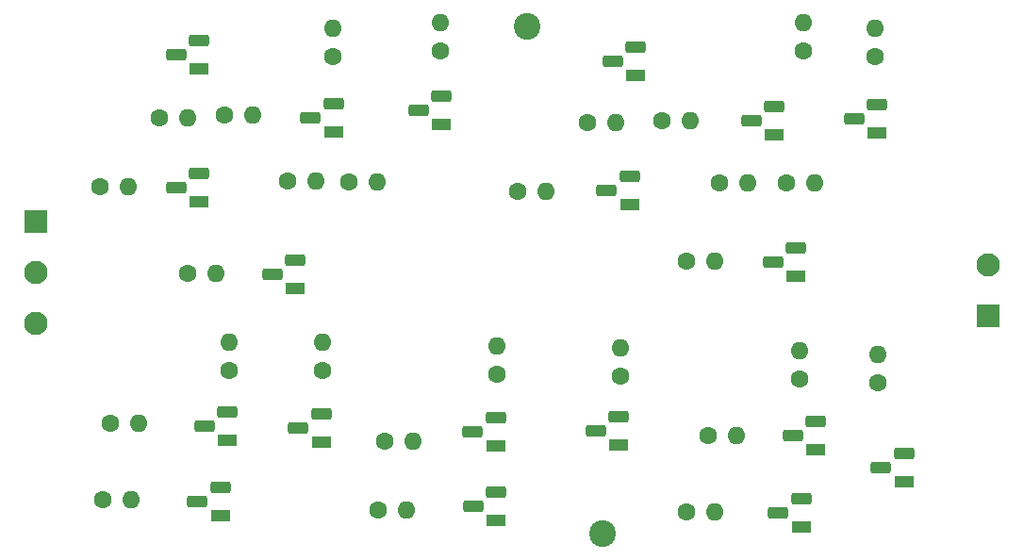
<source format=gbs>
%TF.GenerationSoftware,KiCad,Pcbnew,8.0.2-1*%
%TF.CreationDate,2024-05-13T20:57:24-04:00*%
%TF.ProjectId,Transistor_Calculator_V2,5472616e-7369-4737-946f-725f43616c63,rev?*%
%TF.SameCoordinates,Original*%
%TF.FileFunction,Soldermask,Bot*%
%TF.FilePolarity,Negative*%
%FSLAX46Y46*%
G04 Gerber Fmt 4.6, Leading zero omitted, Abs format (unit mm)*
G04 Created by KiCad (PCBNEW 8.0.2-1) date 2024-05-13 20:57:24*
%MOMM*%
%LPD*%
G01*
G04 APERTURE LIST*
G04 Aperture macros list*
%AMRoundRect*
0 Rectangle with rounded corners*
0 $1 Rounding radius*
0 $2 $3 $4 $5 $6 $7 $8 $9 X,Y pos of 4 corners*
0 Add a 4 corners polygon primitive as box body*
4,1,4,$2,$3,$4,$5,$6,$7,$8,$9,$2,$3,0*
0 Add four circle primitives for the rounded corners*
1,1,$1+$1,$2,$3*
1,1,$1+$1,$4,$5*
1,1,$1+$1,$6,$7*
1,1,$1+$1,$8,$9*
0 Add four rect primitives between the rounded corners*
20,1,$1+$1,$2,$3,$4,$5,0*
20,1,$1+$1,$4,$5,$6,$7,0*
20,1,$1+$1,$6,$7,$8,$9,0*
20,1,$1+$1,$8,$9,$2,$3,0*%
G04 Aperture macros list end*
%ADD10R,1.800000X1.100000*%
%ADD11RoundRect,0.275000X0.625000X-0.275000X0.625000X0.275000X-0.625000X0.275000X-0.625000X-0.275000X0*%
%ADD12C,1.600000*%
%ADD13O,1.600000X1.600000*%
%ADD14C,2.400000*%
%ADD15RoundRect,0.250001X-0.799999X0.799999X-0.799999X-0.799999X0.799999X-0.799999X0.799999X0.799999X0*%
%ADD16C,2.100000*%
%ADD17RoundRect,0.250001X0.799999X-0.799999X0.799999X0.799999X-0.799999X0.799999X-0.799999X-0.799999X0*%
G04 APERTURE END LIST*
D10*
%TO.C,Q15*%
X56920000Y-64350000D03*
D11*
X54850000Y-63080000D03*
X56920000Y-61810000D03*
%TD*%
D12*
%TO.C,R3*%
X26650000Y-28220000D03*
D13*
X29190000Y-28220000D03*
%TD*%
D12*
%TO.C,R5*%
X32510000Y-27910000D03*
D13*
X35050000Y-27910000D03*
%TD*%
D10*
%TO.C,Q3*%
X42300000Y-29420000D03*
D11*
X40230000Y-28150000D03*
X42300000Y-26880000D03*
%TD*%
D12*
%TO.C,R7*%
X43680000Y-33950000D03*
D13*
X46220000Y-33950000D03*
%TD*%
D10*
%TO.C,Q7*%
X69460000Y-24360000D03*
D11*
X67390000Y-23090000D03*
X69460000Y-21820000D03*
%TD*%
D12*
%TO.C,R24*%
X68100000Y-51410000D03*
D13*
X68100000Y-48870000D03*
%TD*%
D12*
%TO.C,R6*%
X38185000Y-33850000D03*
D13*
X40725000Y-33850000D03*
%TD*%
D12*
%TO.C,R19*%
X22275000Y-55650000D03*
D13*
X24815000Y-55650000D03*
%TD*%
D10*
%TO.C,Q6*%
X68900000Y-35950000D03*
D11*
X66830000Y-34680000D03*
X68900000Y-33410000D03*
%TD*%
D12*
%TO.C,R15*%
X84470000Y-22165000D03*
D13*
X84470000Y-19625000D03*
%TD*%
D14*
%TO.C,J1*%
X59720000Y-20000000D03*
%TD*%
D10*
%TO.C,Q8*%
X81880000Y-29740000D03*
D11*
X79810000Y-28470000D03*
X81880000Y-27200000D03*
%TD*%
D12*
%TO.C,R18*%
X21585000Y-62520000D03*
D13*
X24125000Y-62520000D03*
%TD*%
D12*
%TO.C,R26*%
X73975000Y-63540000D03*
D13*
X76515000Y-63540000D03*
%TD*%
D12*
%TO.C,R10*%
X74000000Y-41080000D03*
D13*
X76540000Y-41080000D03*
%TD*%
D12*
%TO.C,R22*%
X46345000Y-63390000D03*
D13*
X48885000Y-63390000D03*
%TD*%
D10*
%TO.C,Q12*%
X32130000Y-63900000D03*
D11*
X30060000Y-62630000D03*
X32130000Y-61360000D03*
%TD*%
D12*
%TO.C,R23*%
X56960000Y-51190000D03*
D13*
X56960000Y-48650000D03*
%TD*%
D15*
%TO.C,Input_Pins1*%
X15600000Y-37470000D03*
D16*
X15600000Y-42070000D03*
X15600000Y-46670000D03*
%TD*%
D12*
%TO.C,R13*%
X76955000Y-34000000D03*
D13*
X79495000Y-34000000D03*
%TD*%
D14*
%TO.C,J2*%
X66500000Y-65500000D03*
%TD*%
D10*
%TO.C,Q16*%
X67900000Y-57540000D03*
D11*
X65830000Y-56270000D03*
X67900000Y-55000000D03*
%TD*%
D10*
%TO.C,Q9*%
X83820000Y-42450000D03*
D11*
X81750000Y-41180000D03*
X83820000Y-39910000D03*
%TD*%
D17*
%TO.C,Output_Pins1*%
X101120000Y-45970000D03*
D16*
X101120000Y-41370000D03*
%TD*%
D12*
%TO.C,R4*%
X51870000Y-22185000D03*
D13*
X51870000Y-19645000D03*
%TD*%
D12*
%TO.C,R12*%
X71775000Y-28450000D03*
D13*
X74315000Y-28450000D03*
%TD*%
D12*
%TO.C,R8*%
X90970000Y-22725000D03*
D13*
X90970000Y-20185000D03*
%TD*%
D12*
%TO.C,R1*%
X21325000Y-34330000D03*
D13*
X23865000Y-34330000D03*
%TD*%
D12*
%TO.C,R2*%
X29240000Y-42150000D03*
D13*
X31780000Y-42150000D03*
%TD*%
D10*
%TO.C,Q18*%
X84300000Y-64970000D03*
D11*
X82230000Y-63700000D03*
X84300000Y-62430000D03*
%TD*%
D10*
%TO.C,Q2*%
X30230000Y-23770000D03*
D11*
X28160000Y-22500000D03*
X30230000Y-21230000D03*
%TD*%
D12*
%TO.C,R20*%
X32910000Y-50890000D03*
D13*
X32910000Y-48350000D03*
%TD*%
D10*
%TO.C,Q1*%
X30230000Y-35700000D03*
D11*
X28160000Y-34430000D03*
X30230000Y-33160000D03*
%TD*%
D12*
%TO.C,R9*%
X58815000Y-34830000D03*
D13*
X61355000Y-34830000D03*
%TD*%
D12*
%TO.C,R25*%
X75945000Y-56720000D03*
D13*
X78485000Y-56720000D03*
%TD*%
D10*
%TO.C,Q19*%
X93530000Y-60860000D03*
D11*
X91460000Y-59590000D03*
X93530000Y-58320000D03*
%TD*%
D10*
%TO.C,Q4*%
X38900000Y-43520000D03*
D11*
X36830000Y-42250000D03*
X38900000Y-40980000D03*
%TD*%
D12*
%TO.C,R27*%
X84180000Y-51640000D03*
D13*
X84180000Y-49100000D03*
%TD*%
D10*
%TO.C,Q13*%
X41200000Y-57330000D03*
D11*
X39130000Y-56060000D03*
X41200000Y-54790000D03*
%TD*%
D10*
%TO.C,Q5*%
X52000000Y-28740000D03*
D11*
X49930000Y-27470000D03*
X52000000Y-26200000D03*
%TD*%
D12*
%TO.C,R17*%
X42220000Y-22715000D03*
D13*
X42220000Y-20175000D03*
%TD*%
D10*
%TO.C,Q11*%
X32780000Y-57170000D03*
D11*
X30710000Y-55900000D03*
X32780000Y-54630000D03*
%TD*%
D12*
%TO.C,R21*%
X46865000Y-57230000D03*
D13*
X49405000Y-57230000D03*
%TD*%
D10*
%TO.C,Q10*%
X91100000Y-29515000D03*
D11*
X89030000Y-28245000D03*
X91100000Y-26975000D03*
%TD*%
D12*
%TO.C,R28*%
X91160000Y-51960000D03*
D13*
X91160000Y-49420000D03*
%TD*%
D10*
%TO.C,Q17*%
X85630000Y-57990000D03*
D11*
X83560000Y-56720000D03*
X85630000Y-55450000D03*
%TD*%
D10*
%TO.C,Q14*%
X56880000Y-57690000D03*
D11*
X54810000Y-56420000D03*
X56880000Y-55150000D03*
%TD*%
D12*
%TO.C,R11*%
X65135000Y-28610000D03*
D13*
X67675000Y-28610000D03*
%TD*%
D12*
%TO.C,R14*%
X82960000Y-34000000D03*
D13*
X85500000Y-34000000D03*
%TD*%
D12*
%TO.C,R16*%
X41280000Y-50885000D03*
D13*
X41280000Y-48345000D03*
%TD*%
M02*

</source>
